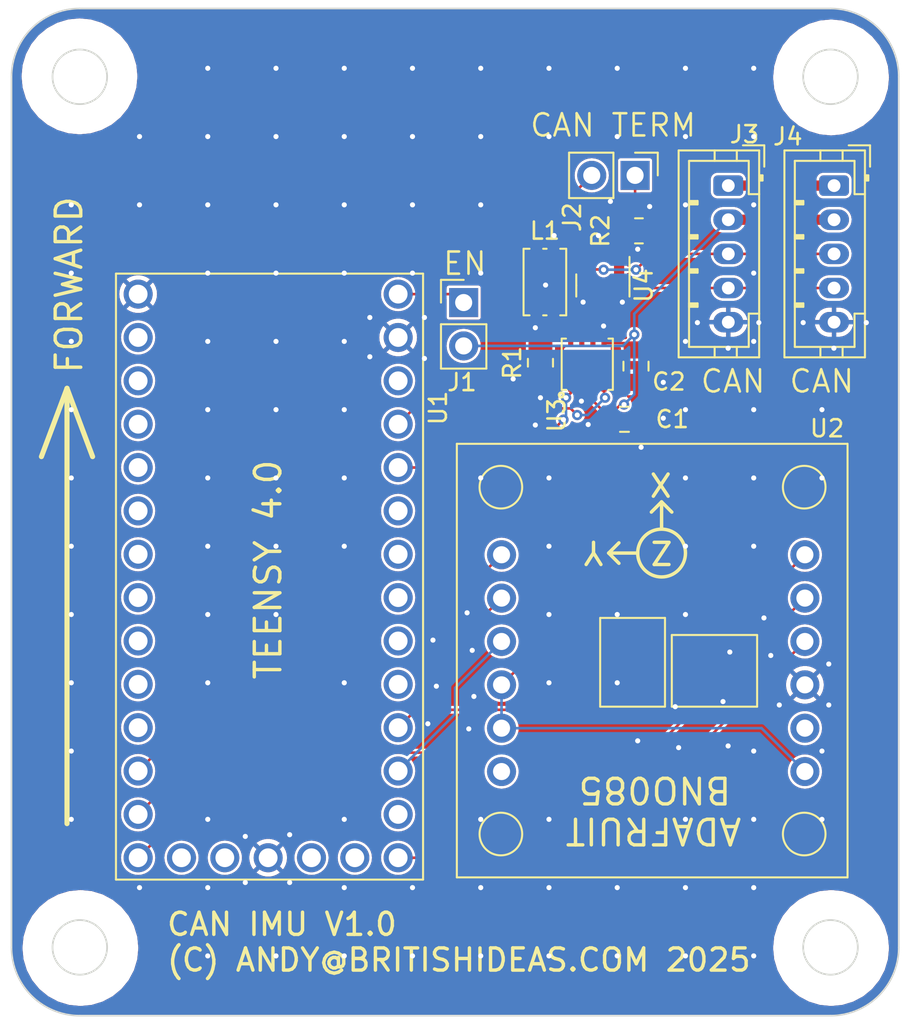
<source format=kicad_pcb>
(kicad_pcb (version 20221018) (generator pcbnew)
  (layers (0 "F.Cu" signal) (31 "B.Cu" signal) (34 "B.Paste" user) (35 "F.Paste" user) (36 "B.SilkS" user "B.Silkscreen") (37 "F.SilkS" user "F.Silkscreen") (38 "B.Mask" user) (39 "F.Mask" user) (44 "Edge.Cuts" user))
  (net 0 "")
  (net 1 "+5V")
  (net 2 "GND")
  (net 3 "Net-(J1-Pin_1)")
  (net 4 "Net-(J2-Pin_1)")
  (net 5 "/CAN/CAN_H")
  (net 6 "+12V")
  (net 7 "/CAN/CAN_L")
  (net 8 "Net-(U3-CANL)")
  (net 9 "Net-(U3-CANH)")
  (net 10 "Net-(U3-STB)")
  (net 21 "Net-(U1-GPIO10_CS)")
  (net 22 "Net-(U1-GPIO11_MOSI)")
  (net 23 "Net-(U1-GPIO12_MISO)")
  (net 28 "Net-(U1-GPIO13_SCK_CRX1)")
  (net 30 "Net-(U1-GPIO15_RX3)")
  (net 31 "Net-(U1-GPIO16_RX4_SCL1)")
  (net 37 "/CAN/CAN_TX")
  (net 38 "/CAN/CAN_RX")
  (footprint "Capacitor_SMD:C_0805_2012Metric" (layer "F.Cu") (at 144.925 92.0625)
    (fp_text reference "C1" (at 2.8 0) (layer "F.SilkS"))
    (fp_text value "100n")
    (pad "1" smd roundrect (at -0.95 0) (size 1 1.45) (layers "F.Cu" "F.Paste" "F.Mask") (net 1 "+5V"))
    (pad "2" smd roundrect (at 0.95 0) (size 1 1.45) (layers "F.Cu" "F.Paste" "F.Mask") (net 2 "GND"))
  )
  (footprint "Britishideas:Teensy_4.0" (layer "F.Cu") (at 116.42 84.73)
    (fp_text reference "U1" (at 17.58 6.67 90 unlocked) (layer "F.SilkS"))
    (fp_text value "TEENSY 4.0")
    (fp_text user "TEENSY 4.0" (at 8.5 22.7 90 unlocked) (layer "F.SilkS") (effects (font (size 1.5 1.5) (thickness 0.2)) (justify left bottom)))
    (pad "1" thru_hole circle (at 0 0) (size 1.7 1.7) (drill 1.1) (layers "*.Cu" "*.Mask") (net 2 "GND"))
    (pad "2" thru_hole circle (at 0 2.54) (size 1.7 1.7) (drill 1.1) (layers "*.Cu" "*.Mask"))
    (pad "3" thru_hole circle (at 0 5.08) (size 1.7 1.7) (drill 1.1) (layers "*.Cu" "*.Mask"))
    (pad "4" thru_hole circle (at 0 7.62) (size 1.7 1.7) (drill 1.1) (layers "*.Cu" "*.Mask"))
    (pad "5" thru_hole circle (at 0 10.16) (size 1.7 1.7) (drill 1.1) (layers "*.Cu" "*.Mask"))
    (pad "6" thru_hole circle (at 0 12.7) (size 1.7 1.7) (drill 1.1) (layers "*.Cu" "*.Mask"))
    (pad "7" thru_hole circle (at 0 15.24) (size 1.7 1.7) (drill 1.1) (layers "*.Cu" "*.Mask"))
    (pad "8" thru_hole circle (at 0 17.78) (size 1.7 1.7) (drill 1.1) (layers "*.Cu" "*.Mask"))
    (pad "9" thru_hole circle (at 0 20.32) (size 1.7 1.7) (drill 1.1) (layers "*.Cu" "*.Mask"))
    (pad "10" thru_hole circle (at 0 22.86) (size 1.7 1.7) (drill 1.1) (layers "*.Cu" "*.Mask"))
    (pad "11" thru_hole circle (at 0 25.4) (size 1.7 1.7) (drill 1.1) (layers "*.Cu" "*.Mask"))
    (pad "12" thru_hole circle (at 0 27.94) (size 1.7 1.7) (drill 1.1) (layers "*.Cu" "*.Mask") (net 21 "Net-(U1-GPIO10_CS)"))
    (pad "13" thru_hole circle (at 0 30.48) (size 1.7 1.7) (drill 1.1) (layers "*.Cu" "*.Mask") (net 22 "Net-(U1-GPIO11_MOSI)"))
    (pad "14" thru_hole circle (at 0 33.02) (size 1.7 1.7) (drill 1.1) (layers "*.Cu" "*.Mask") (net 23 "Net-(U1-GPIO12_MISO)"))
    (pad "15" thru_hole circle (at 2.54 33.02) (size 1.7 1.7) (drill 1.1) (layers "*.Cu" "*.Mask"))
    (pad "16" thru_hole circle (at 5.08 33.02) (size 1.7 1.7) (drill 1.1) (layers "*.Cu" "*.Mask"))
    (pad "17" thru_hole circle (at 7.62 33.02) (size 1.7 1.7) (drill 1.1) (layers "*.Cu" "*.Mask") (net 2 "GND"))
    (pad "18" thru_hole circle (at 10.16 33.02) (size 1.7 1.7) (drill 1.1) (layers "*.Cu" "*.Mask"))
    (pad "19" thru_hole circle (at 12.7 33.02) (size 1.7 1.7) (drill 1.1) (layers "*.Cu" "*.Mask"))
    (pad "20" thru_hole circle (at 15.24 33.02) (size 1.7 1.7) (drill 1.1) (layers "*.Cu" "*.Mask") (net 28 "Net-(U1-GPIO13_SCK_CRX1)"))
    (pad "21" thru_hole circle (at 15.24 30.48) (size 1.7 1.7) (drill 1.1) (layers "*.Cu" "*.Mask"))
    (pad "22" thru_hole circle (at 15.24 27.94) (size 1.7 1.7) (drill 1.1) (layers "*.Cu" "*.Mask") (net 30 "Net-(U1-GPIO15_RX3)"))
    (pad "23" thru_hole circle (at 15.24 25.4) (size 1.7 1.7) (drill 1.1) (layers "*.Cu" "*.Mask") (net 31 "Net-(U1-GPIO16_RX4_SCL1)"))
    (pad "24" thru_hole circle (at 15.24 22.86) (size 1.7 1.7) (drill 1.1) (layers "*.Cu" "*.Mask"))
    (pad "25" thru_hole circle (at 15.24 20.32) (size 1.7 1.7) (drill 1.1) (layers "*.Cu" "*.Mask"))
    (pad "26" thru_hole circle (at 15.24 17.78) (size 1.7 1.7) (drill 1.1) (layers "*.Cu" "*.Mask"))
    (pad "27" thru_hole circle (at 15.24 15.24) (size 1.7 1.7) (drill 1.1) (layers "*.Cu" "*.Mask"))
    (pad "28" thru_hole circle (at 15.24 12.7) (size 1.7 1.7) (drill 1.1) (layers "*.Cu" "*.Mask"))
    (pad "29" thru_hole circle (at 15.24 10.16) (size 1.7 1.7) (drill 1.1) (layers "*.Cu" "*.Mask") (net 37 "/CAN/CAN_TX"))
    (pad "30" thru_hole circle (at 15.24 7.62) (size 1.7 1.7) (drill 1.1) (layers "*.Cu" "*.Mask") (net 38 "/CAN/CAN_RX"))
    (pad "31" thru_hole circle (at 15.24 5.08) (size 1.7 1.7) (drill 1.1) (layers "*.Cu" "*.Mask"))
    (pad "32" thru_hole circle (at 15.24 2.54) (size 1.7 1.7) (drill 1.1) (layers "*.Cu" "*.Mask") (net 2 "GND"))
    (pad "33" thru_hole circle (at 15.24 0) (size 1.7 1.7) (drill 1.1) (layers "*.Cu" "*.Mask") (net 3 "Net-(J1-Pin_1)"))
  )
  (footprint "Connector_JST:JST_PH_B5B-PH-K_1x05_P2.00mm_Vertical" (layer "F.Cu") (at 157.2097 78.37375 -90)
    (fp_text reference "J4" (at -2.87375 2.7097) (layer "F.SilkS"))
    (fp_text value "CAN BUS")
    (pad "1" thru_hole roundrect (at 0 0 270) (size 1.2 1.75) (drill 0.75) (layers "*.Cu" "*.Mask") (roundrect_rratio 0.2083333333) (net 6 "+12V"))
    (pad "2" thru_hole oval (at 2 0 270) (size 1.2 1.75) (drill 0.75) (layers "*.Cu" "*.Mask") (net 1 "+5V"))
    (pad "3" thru_hole oval (at 4 0 270) (size 1.2 1.75) (drill 0.75) (layers "*.Cu" "*.Mask") (net 5 "/CAN/CAN_H"))
    (pad "4" thru_hole oval (at 6 0 270) (size 1.2 1.75) (drill 0.75) (layers "*.Cu" "*.Mask") (net 7 "/CAN/CAN_L"))
    (pad "5" thru_hole oval (at 8 0 270) (size 1.2 1.75) (drill 0.75) (layers "*.Cu" "*.Mask") (net 2 "GND"))
  )
  (footprint "EmSA:HVSON8_0_65mm" (layer "F.Cu") (at 141.775 90.1875)
    (fp_text reference "U3" (at -0.825 1.6375 90) (layer "F.SilkS"))
    (fp_text value "TJA1462ATK-0Z")
    (pad "" smd rect (at 0.975 -1.3625) (size 2.45 1.65) (layers "F.Cu" "F.Paste" "F.Mask"))
    (pad "1" smd rect (at 0 0) (size 0.3 0.525) (layers "F.Cu" "F.Paste" "F.Mask") (net 37 "/CAN/CAN_TX"))
    (pad "2" smd rect (at 0.65 0) (size 0.3 0.525) (layers "F.Cu" "F.Paste" "F.Mask") (net 2 "GND"))
    (pad "3" smd rect (at 1.3 0) (size 0.3 0.525) (layers "F.Cu" "F.Paste" "F.Mask") (net 1 "+5V"))
    (pad "4" smd rect (at 1.95 0) (size 0.3 0.525) (layers "F.Cu" "F.Paste" "F.Mask") (net 38 "/CAN/CAN_RX"))
    (pad "5" smd rect (at 1.95 -2.725) (size 0.3 0.525) (layers "F.Cu" "F.Paste" "F.Mask") (net 1 "+5V"))
    (pad "6" smd rect (at 1.3 -2.725) (size 0.3 0.525) (layers "F.Cu" "F.Paste" "F.Mask") (net 8 "Net-(U3-CANL)"))
    (pad "7" smd rect (at 0.65 -2.725) (size 0.3 0.525) (layers "F.Cu" "F.Paste" "F.Mask") (net 9 "Net-(U3-CANH)"))
    (pad "8" smd rect (at 0 -2.725) (size 0.3 0.525) (layers "F.Cu" "F.Paste" "F.Mask") (net 10 "Net-(U3-STB)"))
  )
  (footprint "Connector_PinHeader_2.54mm:PinHeader_1x02_P2.54mm_Vertical" (layer "F.Cu") (at 135.5 85.225)
    (fp_text reference "J1" (at -0.1 4.675) (layer "F.SilkS"))
    (fp_text value "Conn_01x02")
    (pad "1" thru_hole rect (at 0 0) (size 1.7 1.7) (drill 1) (layers "*.Cu" "*.Mask") (net 3 "Net-(J1-Pin_1)"))
    (pad "2" thru_hole oval (at 0 2.54) (size 1.7 1.7) (drill 1) (layers "*.Cu" "*.Mask") (net 1 "+5V"))
  )
  (footprint "Package_TO_SOT_SMD:SOT-23" (layer "F.Cu") (at 143.6597 84.22375 -90)
    (fp_text reference "U4" (at 0 -2.4 90) (layer "F.SilkS"))
    (fp_text value "PESD2CANFD24V-TR")
    (pad "1" smd roundrect (at -0.9375 -0.95 270) (size 1.475 0.6) (layers "F.Cu" "F.Paste" "F.Mask") (net 7 "/CAN/CAN_L"))
    (pad "2" smd roundrect (at -0.9375 0.95 270) (size 1.475 0.6) (layers "F.Cu" "F.Paste" "F.Mask") (net 5 "/CAN/CAN_H"))
    (pad "3" smd roundrect (at 0.9375 0 270) (size 1.475 0.6) (layers "F.Cu" "F.Paste" "F.Mask") (net 2 "GND"))
  )
  (footprint "Fiducial:Fiducial_0.5mm_Mask1mm" (layer "F.Cu") (at 111.4 117.8)
    (fp_text reference "FID3" hide)
    (fp_text value "Fiducial")
    (pad "" smd circle (at 0 0) (size 0.5 0.5) (layers "F.Cu" "F.Mask") (clearance 0.25))
  )
  (footprint "Resistor_SMD:R_0805_2012Metric" (layer "F.Cu") (at 140 88.75 90)
    (fp_text reference "R1" (at 0 -1.65 90) (layer "F.SilkS"))
    (fp_text value "10k")
    (pad "1" smd roundrect (at -0.9125 0 90) (size 1.025 1.4) (layers "F.Cu" "F.Paste" "F.Mask") (roundrect_rratio 0.243902439) (net 2 "GND"))
    (pad "2" smd roundrect (at 0.9125 0 90) (size 1.025 1.4) (layers "F.Cu" "F.Paste" "F.Mask") (roundrect_rratio 0.243902439) (net 10 "Net-(U3-STB)"))
  )
  (footprint "Connector_PinHeader_2.54mm:PinHeader_1x02_P2.54mm_Vertical" (layer "F.Cu") (at 145.5472 77.77375 -90)
    (fp_text reference "J2" (at 2.45 3.6875 90) (layer "F.SilkS"))
    (fp_text value "TERM")
    (pad "1" thru_hole rect (at 0 0 270) (size 1.7 1.7) (drill 1) (layers "*.Cu" "*.Mask") (net 4 "Net-(J2-Pin_1)"))
    (pad "2" thru_hole oval (at 0 2.54 270) (size 1.7 1.7) (drill 1) (layers "*.Cu" "*.Mask") (net 5 "/CAN/CAN_H"))
  )
  (footprint "Connector_JST:JST_PH_B5B-PH-K_1x05_P2.00mm_Vertical" (layer "F.Cu") (at 151.0097 78.37375 -90)
    (fp_text reference "J3" (at -3 -0.95) (layer "F.SilkS"))
    (fp_text value "CAN BUS")
    (pad "1" thru_hole roundrect (at 0 0 270) (size 1.2 1.75) (drill 0.75) (layers "*.Cu" "*.Mask") (roundrect_rratio 0.2083333333) (net 6 "+12V"))
    (pad "2" thru_hole oval (at 2 0 270) (size 1.2 1.75) (drill 0.75) (layers "*.Cu" "*.Mask") (net 1 "+5V"))
    (pad "3" thru_hole oval (at 4 0 270) (size 1.2 1.75) (drill 0.75) (layers "*.Cu" "*.Mask") (net 5 "/CAN/CAN_H"))
    (pad "4" thru_hole oval (at 6 0 270) (size 1.2 1.75) (drill 0.75) (layers "*.Cu" "*.Mask") (net 7 "/CAN/CAN_L"))
    (pad "5" thru_hole oval (at 8 0 270) (size 1.2 1.75) (drill 0.75) (layers "*.Cu" "*.Mask") (net 2 "GND"))
  )
  (footprint "Capacitor_SMD:C_0805_2012Metric" (layer "F.Cu") (at 145.6 88.95 -90)
    (fp_text reference "C2" (at 0.9125 -1.925) (layer "F.SilkS"))
    (fp_text value "100n")
    (pad "1" smd roundrect (at -0.95 0 270) (size 1 1.45) (layers "F.Cu" "F.Paste" "F.Mask") (net 1 "+5V"))
    (pad "2" smd roundrect (at 0.95 0 270) (size 1 1.45) (layers "F.Cu" "F.Paste" "F.Mask") (net 2 "GND"))
  )
  (footprint "Britishideas:Adafruit_BNO085" (layer "F.Cu") (at 155.5 112.7 180)
    (fp_text reference "U2" (at -1.3 20.1 unlocked) (layer "F.SilkS"))
    (fp_text value "Adafruit BNO085")
    (fp_text user "BNO085" (at 4.2 -0.2 180 unlocked) (layer "F.SilkS") (effects (font (size 1.5 1.5) (thickness 0.2)) (justify left bottom)))
    (fp_text user "Y" (at 11.7 13.6 180 unlocked) (layer "F.SilkS") (effects (font (size 1.3 1.3) (thickness 0.2) bold) (justify left bottom)))
    (fp_text user "Z" (at 7.65 13.6 180 unlocked) (layer "F.SilkS") (effects (font (size 1.3 1.3) (thickness 0.2) bold) (justify left bottom)))
    (fp_text user "X" (at 7.7 17.6 180 unlocked) (layer "F.SilkS") (effects (font (size 1.3 1.3) (thickness 0.2) bold) (justify left bottom)))
    (fp_text user "ADAFRUIT" (at 3.6 -2.6 180 unlocked) (layer "F.SilkS") (effects (font (size 1.5 1.5) (thickness 0.2)) (justify left bottom)))
    (pad "1" thru_hole circle (at 0 0 180) (size 1.7 1.7) (drill 1) (layers "*.Cu" "*.Mask") (net 1 "+5V"))
    (pad "2" thru_hole circle (at 0 2.54 180) (size 1.7 1.7) (drill 1) (layers "*.Cu" "*.Mask"))
    (pad "3" thru_hole circle (at 0 5.08 180) (size 1.7 1.7) (drill 1) (layers "*.Cu" "*.Mask") (net 2 "GND"))
    (pad "4" thru_hole circle (at 0 7.62 180) (size 1.7 1.7) (drill 1) (layers "*.Cu" "*.Mask") (net 28 "Net-(U1-GPIO13_SCK_CRX1)"))
    (pad "5" thru_hole circle (at 0 10.16 180) (size 1.7 1.7) (drill 1) (layers "*.Cu" "*.Mask") (net 23 "Net-(U1-GPIO12_MISO)"))
    (pad "6" thru_hole circle (at 0 12.7 180) (size 1.7 1.7) (drill 1) (layers "*.Cu" "*.Mask") (net 31 "Net-(U1-GPIO16_RX4_SCL1)"))
    (pad "7" thru_hole circle (at 17.78 12.7 180) (size 1.7 1.7) (drill 1) (layers "*.Cu" "*.Mask") (net 21 "Net-(U1-GPIO10_CS)"))
    (pad "8" thru_hole circle (at 17.78 10.16 180) (size 1.7 1.7) (drill 1) (layers "*.Cu" "*.Mask") (net 22 "Net-(U1-GPIO11_MOSI)"))
    (pad "9" thru_hole circle (at 17.78 7.62 180) (size 1.7 1.7) (drill 1) (layers "*.Cu" "*.Mask") (net 30 "Net-(U1-GPIO15_RX3)"))
    (pad "10" thru_hole circle (at 17.78 5.08 180) (size 1.7 1.7) (drill 1) (layers "*.Cu" "*.Mask") (net 1 "+5V"))
    (pad "11" thru_hole circle (at 17.78 2.54 180) (size 1.7 1.7) (drill 1) (layers "*.Cu" "*.Mask") (net 1 "+5V"))
    (pad "12" thru_hole circle (at 17.78 0 180) (size 1.7 1.7) (drill 1) (layers "*.Cu" "*.Mask"))
  )
  (footprint "Resistor_SMD:R_0805_2012Metric" (layer "F.Cu") (at 145.7722 81.02375)
    (fp_text reference "R2" (at -2.25 0 90) (layer "F.SilkS"))
    (fp_text value "120")
    (pad "1" smd roundrect (at -0.9125 0) (size 1.025 1.4) (layers "F.Cu" "F.Paste" "F.Mask") (roundrect_rratio 0.243902439) (net 7 "/CAN/CAN_L"))
    (pad "2" smd roundrect (at 0.9125 0) (size 1.025 1.4) (layers "F.Cu" "F.Paste" "F.Mask") (roundrect_rratio 0.243902439) (net 4 "Net-(J2-Pin_1)"))
  )
  (footprint "Fiducial:Fiducial_0.5mm_Mask1mm" (layer "F.Cu") (at 150.6 70.4)
    (fp_text reference "FID2" hide)
    (fp_text value "Fiducial")
    (pad "" smd circle (at 0 0) (size 0.5 0.5) (layers "F.Cu" "F.Mask") (clearance 0.25))
  )
  (footprint "EmSA:ACT1210-510-2P-TL00" (layer "F.Cu") (at 140.2597 84.02375 90)
    (fp_text reference "L1" (at 3 0) (layer "F.SilkS"))
    (fp_text value "ACT1210-510-2P-TL00")
    (pad "1" smd rect (at -1.525 -0.5 90) (size 1.05 0.6) (layers "F.Cu" "F.Paste" "F.Mask") (net 9 "Net-(U3-CANH)"))
    (pad "2" smd rect (at -1.525 0.5 90) (size 1.05 0.6) (layers "F.Cu" "F.Paste" "F.Mask") (net 8 "Net-(U3-CANL)"))
    (pad "3" smd rect (at 1.525 0.5 90) (size 1.05 0.6) (layers "F.Cu" "F.Paste" "F.Mask") (net 7 "/CAN/CAN_L"))
    (pad "4" smd rect (at 1.525 -0.5 90) (size 1.05 0.6) (layers "F.Cu" "F.Paste" "F.Mask") (net 5 "/CAN/CAN_H"))
  )
  (footprint "Fiducial:Fiducial_0.5mm_Mask1mm" (layer "F.Cu") (at 118.4 70.4)
    (fp_text reference "FID1" hide)
    (fp_text value "Fiducial")
    (pad "" smd circle (at 0 0) (size 0.5 0.5) (layers "F.Cu" "F.Mask") (clearance 0.25))
  )
  (gr_line (start 112.25 90.25) (end 110.75 94.25) (stroke (width 0.3)) (layer "F.SilkS"))
  (gr_line (start 112.25 115.75) (end 112.25 90.25) (stroke (width 0.3)) (layer "F.SilkS"))
  (gr_line (start 112.25 90.25) (end 113.75 94.25) (stroke (width 0.3)) (layer "F.SilkS"))
  (gr_arc (start 161 123) (mid 159.828427 125.828427) (end 157 127) (stroke (width 0.1)) (layer "Edge.Cuts"))
  (gr_line (start 113 127) (end 157 127) (stroke (width 0.1)) (layer "Edge.Cuts"))
  (gr_arc (start 109 72) (mid 110.171573 69.171573) (end 113 68) (stroke (width 0.1)) (layer "Edge.Cuts"))
  (gr_line (start 109 72) (end 109 123) (stroke (width 0.1)) (layer "Edge.Cuts"))
  (gr_circle (center 157 123) (end 158.6 123) (stroke (width 0.1)) (fill none) (layer "Edge.Cuts"))
  (gr_line (start 161 123) (end 161 72) (stroke (width 0.1)) (layer "Edge.Cuts"))
  (gr_circle (center 157 72) (end 158.6 72) (stroke (width 0.1)) (fill none) (layer "Edge.Cuts"))
  (gr_circle (center 113 123) (end 114.6 123) (stroke (width 0.1)) (fill none) (layer "Edge.Cuts"))
  (gr_arc (start 157 68) (mid 159.828427 69.171573) (end 161 72) (stroke (width 0.1)) (layer "Edge.Cuts"))
  (gr_line (start 157 68) (end 113 68) (stroke (width 0.1)) (layer "Edge.Cuts"))
  (gr_circle (center 113 72) (end 114.6 72) (stroke (width 0.1)) (fill none) (layer "Edge.Cuts"))
  (gr_arc (start 113 127) (mid 110.171573 125.828427) (end 109 123) (stroke (width 0.1)) (layer "Edge.Cuts"))
  (gr_text "CAN IMU V1.0\n(C) ANDY@BRITISHIDEAS.COM 2025\n" (at 118 124.5) (layer "F.SilkS") (effects (font (size 1.3 1.3) (thickness 0.2)) (justify left bottom)))
  (gr_text "CAN" (at 149.3 90.6) (layer "F.SilkS") (effects (font (size 1.3 1.3)) (justify left bottom)))
  (gr_text "CAN" (at 154.5 90.6) (layer "F.SilkS") (effects (font (size 1.3 1.3)) (justify left bottom)))
  (gr_text "EN" (at 134.2 83.7) (layer "F.SilkS") (effects (font (size 1.3 1.3)) (justify left bottom)))
  (gr_text "FORWARD" (at 113.25 89.5 90) (layer "F.SilkS") (effects (font (size 1.5 1.5) (thickness 0.2)) (justify left bottom)))
  (gr_text "CAN TERM" (at 139.3 75.6) (layer "F.SilkS") (effects (font (size 1.3 1.3)) (justify left bottom)))
  (segment (start 143.975 101.365) (end 143.975 92.0625) (width 0.152) (layer "F.Cu") (net 1))
  (segment (start 143.975 91.925) (end 144.7 91.2) (width 0.152) (layer "F.Cu") (net 1))
  (segment (start 143.725 87.4625) (end 143.8625 87.6) (width 0.152) (layer "F.Cu") (net 1))
  (segment (start 145.5 87.9) (end 145.6 88) (width 0.152) (layer "F.Cu") (net 1))
  (segment (start 143.975 91.875) (end 143.975 92.0625) (width 0.152) (layer "F.Cu") (net 1))
  (segment (start 145.2 87.6) (end 145.6 88) (width 0.152) (layer "F.Cu") (net 1))
  (segment (start 151.0097 80.37375) (end 157.2097 80.37375) (width 0.6) (layer "F.Cu") (net 1))
  (segment (start 143.075 90.975) (end 143.975 91.875) (width 0.152) (layer "F.Cu") (net 1))
  (segment (start 143.8625 87.6) (end 145.2 87.6) (width 0.152) (layer "F.Cu") (net 1))
  (segment (start 145.5 87.1) (end 145.5 87.9) (width 0.152) (layer "F.Cu") (net 1))
  (segment (start 137.72 107.62) (end 143.975 101.365) (width 0.152) (layer "F.Cu") (net 1))
  (segment (start 143.075 90.1875) (end 143.075 90.975) (width 0.152) (layer "F.Cu") (net 1))
  (segment (start 144.7 91.2) (end 144.9 91.2) (width 0.152) (layer "F.Cu") (net 1))
  (segment (start 143.975 92.0625) (end 143.975 91.925) (width 0.152) (layer "F.Cu") (net 1))
  (via (at 145.5 87.1) (size 0.6) (drill 0.3) (layers "F.Cu" "B.Cu") (net 1))
  (via (at 144.9 91.2) (size 0.6) (drill 0.3) (layers "F.Cu" "B.Cu") (net 1))
  (segment (start 135.5 87.765) (end 144.835 87.765) (width 0.152) (layer "B.Cu") (net 1))
  (segment (start 137.72 110.16) (end 137.72 107.62) (width 0.152) (layer "B.Cu") (net 1))
  (segment (start 145.5 85.88345) (end 151.0097 80.37375) (width 0.152) (layer "B.Cu") (net 1))
  (segment (start 145.5 87.1) (end 145.5 85.88345) (width 0.152) (layer "B.Cu") (net 1))
  (segment (start 144.9 91.2) (end 145.5 90.6) (width 0.152) (layer "B.Cu") (net 1))
  (segment (start 144.835 87.765) (end 145.5 87.1) (width 0.152) (layer "B.Cu") (net 1))
  (segment (start 137.72 110.16) (end 152.96 110.16) (width 0.152) (layer "B.Cu") (net 1))
  (segment (start 152.96 110.16) (end 155.5 112.7) (width 0.152) (layer "B.Cu") (net 1))
  (segment (start 145.5 90.6) (end 145.5 87.1) (width 0.152) (layer "B.Cu") (net 1))
  (segment (start 142.425 90.975) (end 142.4 91) (width 0.152) (layer "F.Cu") (net 2))
  (segment (start 142.425 90.1875) (end 142.425 90.975) (width 0.152) (layer "F.Cu") (net 2))
  (via (at 132.5 79.5) (size 0.6) (drill 0.3) (layers "F.Cu" "B.Cu") (net 2))
  (via (at 144.5 103.5) (size 0.6) (drill 0.3) (layers "F.Cu" "B.Cu") (net 2))
  (via (at 116.5 79.5) (size 0.6) (drill 0.3) (layers "F.Cu" "B.Cu") (net 2))
  (via (at 135.7 103.4) (size 0.6) (drill 0.3) (layers "F.Cu" "B.Cu") (net 2))
  (via (at 116.5 119.5) (size 0.6) (drill 0.3) (layers "F.Cu" "B.Cu") (net 2))
  (via (at 152.5 71.5) (size 0.6) (drill 0.3) (layers "F.Cu" "B.Cu") (net 2))
  (via (at 112.5 107.5) (size 0.6) (drill 0.3) (layers "F.Cu" "B.Cu") (net 2))
  (via (at 153.1 103.7) (size 0.6) (drill 0.3) (layers "F.Cu" "B.Cu") (net 2))
  (via (at 112.5 83.5) (size 0.6) (drill 0.3) (layers "F.Cu" "B.Cu") (net 2))
  (via (at 148.5 87.5) (size 0.6) (drill 0.3) (layers "F.Cu" "B.Cu") (net 2))
  (via (at 144.8 85.2) (size 0.6) (drill 0.3) (layers "F.Cu" "B.Cu") (net 2))
  (via (at 152.5 95.5) (size 0.6) (drill 0.3) (layers "F.Cu" "B.Cu") (net 2))
  (via (at 136.5 95.5) (size 0.6) (drill 0.3) (layers "F.Cu" "B.Cu") (net 2))
  (via (at 140.8 81.3) (size 0.6) (drill 0.3) (layers "F.Cu" "B.Cu") (net 2))
  (via (at 122.7 119.2) (size 0.6) (drill 0.3) (layers "F.Cu" "B.Cu") (net 2))
  (via (at 152.5 99.5) (size 0.6) (drill 0.3) (layers "F.Cu" "B.Cu") (net 2))
  (via (at 120.5 91.5) (size 0.6) (drill 0.3) (layers "F.Cu" "B.Cu") (net 2))
  (via (at 128.5 75.5) (size 0.6) (drill 0.3) (layers "F.Cu" "B.Cu") (net 2))
  (via (at 128.5 119.5) (size 0.6) (drill 0.3) (layers "F.Cu" "B.Cu") (net 2))
  (via (at 130 86.1) (size 0.6) (drill 0.3) (layers "F.Cu" "B.Cu") (net 2))
  (via (at 136.5 83.5) (size 0.6) (drill 0.3) (layers "F.Cu" "B.Cu") (net 2))
  (via (at 128.5 71.5) (size 0.6) (drill 0.3) (layers "F.Cu" "B.Cu") (net 2))
  (via (at 152.5 79.5) (size 0.6) (drill 0.3) (layers "F.Cu" "B.Cu") (net 2))
  (via (at 120.5 71.5) (size 0.6) (drill 0.3) (layers "F.Cu" "B.Cu") (net 2))
  (via (at 138.4 89.7) (size 0.6) (drill 0.3) (layers "F.Cu" "B.Cu") (net 2))
  (via (at 120.5 115.5) (size 0.6) (drill 0.3) (layers "F.Cu" "B.Cu") (net 2))
  (via (at 124.5 75.5) (size 0.6) (drill 0.3) (layers "F.Cu" "B.Cu") (net 2))
  (via (at 133.4 109.9) (size 0.6) (drill 0.3) (layers "F.Cu" "B.Cu") (net 2))
  (via (at 148.5 75.5) (size 0.6) (drill 0.3) (layers "F.Cu" "B.Cu") (net 2))
  (via (at 151 111.2) (size 0.6) (drill 0.3) (layers "F.Cu" "B.Cu") (net 2))
  (via (at 128.5 83.5) (size 0.6) (drill 0.3) (layers "F.Cu" "B.Cu") (net 2))
  (via (at 159.1 86.4) (size 0.6) (drill 0.3) (layers "F.Cu" "B.Cu") (net 2))
  (via (at 144.5 71.5) (size 0.6) (drill 0.3) (layers "F.Cu" "B.Cu") (net 2))
  (via (at 139.7 86.7) (size 0.6) (drill 0.3) (layers "F.Cu" "B.Cu") (net 2))
  (via (at 112.5 103.5) (size 0.6) (drill 0.3) (layers "F.Cu" "B.Cu") (net 2))
  (via (at 140.5 123.5) (size 0.6) (drill 0.3) (layers "F.Cu" "B.Cu") (net 2))
  (via (at 152.5 75.5) (size 0.6) (drill 0.3) (layers "F.Cu" "B.Cu") (net 2))
  (via (at 148.5 103.5) (size 0.6) (drill 0.3) (layers "F.Cu" "B.Cu") (net 2))
  (via (at 140.5 103.5) (size 0.6) (drill 0.3) (layers "F.Cu" "B.Cu") (net 2))
  (via (at 130 88.4) (size 0.6) (drill 0.3) (layers "F.Cu" "B.Cu") (net 2))
  (via (at 133.2 86.1) (size 0.6) (drill 0.3) (layers "F.Cu" "B.Cu") (net 2))
  (via (at 144.1 79.3) (size 0.6) (drill 0.3) (layers "F.Cu" "B.Cu") (net 2))
  (via (at 120.5 79.5) (size 0.6) (drill 0.3) (layers "F.Cu" "B.Cu") (net 2))
  (via (at 128.5 99.5) (size 0.6) (drill 0.3) (layers "F.Cu" "B.Cu") (net 2))
  (via (at 122.7 116.5) (size 0.6) (drill 0.3) (layers "F.Cu" "B.Cu") (net 2))
  (via (at 140.5 71.5) (size 0.6) (drill 0.3) (layers "F.Cu" "B.Cu") (net 2))
  (via (at 132.5 123.5) (size 0.6) (drill 0.3) (layers "F.Cu" "B.Cu") (net 2))
  (via (at 124.5 87.5) (size 0.6) (drill 0.3) (layers "F.Cu" "B.Cu") (net 2))
  (via (at 135.8 110.2) (size 0.6) (drill 0.3) (layers "F.Cu" "B.Cu") (net 2))
  (via (at 149.2 86.4) (size 0.6) (drill 0.3) (layers "F.Cu" "B.Cu") (net 2))
  (via (at 136.5 115.5) (size 0.6) (drill 0.3) (layers "F.Cu" "B.Cu") (net 2))
  (via (at 112.5 111.5) (size 0.6) (drill 0.3) (layers "F.Cu" "B.Cu") (net 2))
  (via (at 154 108.8) (size 0.6) (drill 0.3) (layers "F.Cu" "B.Cu") (net 2))
  (via (at 125.3 116.4) (size 0.6) (drill 0.3) (layers "F.Cu" "B.Cu") (net 2))
  (via (at 155.4 86.4) (size 0.6) (drill 0.3) (layers "F.Cu" "B.Cu") (net 2))
  (via (at 142.5 85.2) (size 0.6) (drill 0.3) (layers "F.Cu" "B.Cu") (net 2))
  (via (at 156.5 115.5) (size 0.6) (drill 0.3) (layers "F.Cu" "B.Cu") (net 2))
  (via (at 116.5 75.5) (size 0.6) (drill 0.3) (layers "F.Cu" "B.Cu") (net 2))
  (via (at 147.9 108.9) (size 0.6) (drill 0.3) (layers "F.Cu" "B.Cu") (net 2))
  (via (at 128.5 79.5) (size 0.6) (drill 0.3) (layers "F.Cu" "B.Cu") (net 2))
  (via (at 147.2 89.9) (size 0.6) (drill 0.3) (layers "F.Cu" "B.Cu") (net 2))
  (via (at 140.3 84.2) (size 0.6) (drill 0.3) (layers "F.Cu" "B.Cu") (net 2))
  (via (at 145.9 93.7) (size 0.6) (drill 0.3) (layers "F.Cu" "B.Cu") (net 2))
  (via (at 156.5 111.5) (size 0.6) (drill 0.3) (layers "F.Cu" "B.Cu") (net 2))
  (via (at 143.7 86.6) (size 0.6) (drill 0.3) (layers "F.Cu" "B.Cu") (net 2))
  (via (at 151.1 105.7) (size 0.6) (drill 0.3) (layers "F.Cu" "B.Cu") (net 2))
  (via (at 120.5 95.5) (size 0.6) (drill 0.3) (layers "F.Cu" "B.Cu") (net 2))
  (via (at 156.5 91.5) (size 0.6) (drill 0.3) (layers "F.Cu" "B.Cu") (net 2))
  (via (at 152.5 115.5) (size 0.6) (drill 0.3) (layers "F.Cu" "B.Cu") (net 2))
  (via (at 136 105.6) (size 0.6) (drill 0.3) (layers "F.Cu" "B.Cu") (net 2))
  (via (at 156.9 106.4) (size 0.6) (drill 0.3) (layers "F.Cu" "B.Cu") (net 2))
  (via (at 132.5 119.5) (size 0.6) (drill 0.3) (layers "F.Cu" "B.Cu") (net 2))
  (via (at 124.5 99.5) (size 0.6) (drill 0.3) (layers "F.Cu" "B.Cu") (net 2))
  (via (at 156.5 95.5) (size 0.6) (drill 0.3) (layers "F.Cu" "B.Cu") (net 2))
  (via (at 120.5 123.5) (size 0.6) (drill 0.3) (layers "F.Cu" "B.Cu") (net 2))
  (via (at 145.7 110.9) (size 0.6) (drill 0.3) (layers "F.Cu" "B.Cu") (net 2))
  (via (at 152.5 83.5) (size 0.6) (drill 0.3) (layers "F.Cu" "B.Cu") (net 2))
  (via (at 136.1 108.3) (size 0.6) (drill 0.3) (layers "F.Cu" "B.Cu") (net 2))
  (via (at 148.5 119.5) (size 0.6) (drill 0.3) (layers "F.Cu" "B.Cu") (net 2))
  (via (at 150.7 108.6) (size 0.6) (drill 0.3) (layers "F.Cu" "B.Cu") (net 2))
  (via (at 152.5 87.5) (size 0.6) (drill 0.3) (layers "F.Cu" "B.Cu") (net 2))
  (via (at 128.5 107.5) (size 0.6) (drill 0.3) (layers "F.Cu" "B.Cu") (net 2))
  (via (at 112.5 91.5) (size 0.6) (drill 0.3) (layers "F.Cu" "B.Cu") (net 2))
  (via (at 144.5 123.5) (size 0.6) (drill 0.3) (layers "F.Cu" "B.Cu") (net 2))
  (via (at 147.2 92) (size 0.6) (drill 0.3) (layers "F.Cu" "B.Cu") (net 2))
  (via (at 142.4 91) (size 0.6) (drill 0.3) (layers "F.Cu" "B.Cu") (net 2))
  (via (at 152.5 91.5) (size 0.6) (drill 0.3) (layers "F.Cu" "B.Cu") (net 2))
  (via (at 112.5 87.5) (size 0.6) (drill 0.3) (layers "F.Cu" "B.Cu") (net 2))
  (via (at 140.5 119.5) (size 0.6) (drill 0.3) (layers "F.Cu" "B.Cu") (net 2))
  (via (at 144.5 75.5) (size 0.6) (drill 0.3) (layers "F.Cu" "B.Cu") (net 2))
  (via (at 152.5 119.5) (size 0.6) (drill 0.3) (layers "F.Cu" "B.Cu") (net 2))
  (via (at 124.5 103.5) (size 0.6) (drill 0.3) (layers "F.Cu" "B.Cu") (net 2))
  (via (at 124.5 79.5) (size 0.6) (drill 0.3) (layers "F.Cu" "B.Cu") (net 2))
  (via (at 152.5 123.5) (size 0.6) (drill 0.3) (layers "F.Cu" "B.Cu") (net 2))
  (via (at 128.5 95.5) (size 0.6) (drill 0.3) (layers "F.Cu" "B.Cu") (net 2))
  (via (at 145.7 82.1) (size 0.6) (drill 0.3) (layers "F.Cu" "B.Cu") (net 2))
  (via (at 128.5 115.5) (size 0.6) (drill 0.3) (layers "F.Cu" "B.Cu") (net 2))
  (via (at 148.5 99.5) (size 0.6) (drill 0.3) (layers "F.Cu" "B.Cu") (net 2))
  (via (at 112.5 95.5) (size 0.6) (drill 0.3) (layers "F.Cu" "B.Cu") (net 2))
  (via (at 136.5 119.5) (size 0.6) (drill 0.3) (layers "F.Cu" "B.Cu") (net 2))
  (via (at 128.5 123.5) (size 0.6) (drill 0.3) (layers "F.Cu" "B.Cu") (net 2))
  (via (at 136.5 123.5) (size 0.6) (drill 0.3) (layers "F.Cu" "B.Cu") (net 2))
  (via (at 151 87.9) (size 0.6) (drill 0.3) (layers "F.Cu" "B.Cu") (net 2))
  (via (at 148.5 123.5) (size 0.6) (drill 0.3) (layers "F.Cu" "B.Cu") (net 2))
  (via (at 120.5 75.5) (size 0.6) (drill 0.3) (layers "F.Cu" "B.Cu") (net 2))
  (via (at 140.5 115.5) (size 0.6) (drill 0.3) (layers "F.Cu" "B.Cu") (net 2))
  (via (at 133.7 105) (size 0.6) (drill 0.3) (layers "F.Cu" "B.Cu") (net 2))
  (via (at 140 90.8) (size 0.6) (drill 0.3) (layers "F.Cu" "B.Cu") (net 2))
  (via (at 148.5 115.5) (size 0.6) (drill 0.3) (layers "F.Cu" "B.Cu") (net 2))
  (via (at 128.5 87.5) (size 0.6) (drill 0.3) (layers "F.Cu" "B.Cu") (net 2))
  (via (at 120.5 107.5) (size 0.6) (drill 0.3) (layers "F.Cu" "B.Cu") (net 2))
  (via (at 125.3 119.2) (size 0.6) (drill 0.3) (layers "F.Cu" "B.Cu") (net 2))
  (via (at 148.5 71.5) (size 0.6) (drill 0.3) (layers "F.Cu" "B.Cu") (net 2))
  (via (at 153.5 105.9) (size 0.6) (drill 0.3) (layers "F.Cu" "B.Cu") (net 2))
  (via (at 120.5 83.5) (size 0.6) (drill 0.3) (layers "F.Cu" "B.Cu") (net 2))
  (via (at 148.5 95.5) (size 0.6) (drill 0.3) (layers "F.Cu" "B.Cu") (net 2))
  (via (at 140.5 99.5) (size 0.6) (drill 0.3) (layers "F.Cu" "B.Cu") (net 2))
  (via (at 152.8 86.4) (size 0.6) (drill 0.3) (layers "F.Cu" "B.Cu") (net 2))
  (via (at 124.5 123.5) (size 0.6) (drill 0.3) (layers "F.Cu" "B.Cu") (net 2))
  (via (at 148.5 91.5) (size 0.6) (drill 0.3) (layers "F.Cu" "B.Cu") (net 2))
  (via (at 140.5 107.5) (size 0.6) (drill 0.3) (layers "F.Cu" "B.Cu") (net 2))
  (via (at 156.9 108.8) (size 0.6) (drill 0.3) (layers "F.Cu" "B.Cu") (net 2))
  (via (at 148.1 111.3) (size 0.6) (drill 0.3) (layers "F.Cu" "B.Cu") (net 2))
  (via (at 152.5 111.5) (size 0.6) (drill 0.3) (layers "F.Cu" "B.Cu") (net 2))
  (via (at 142.797212 92.371166) (size 0.6) (drill 0.3) (layers "F.Cu" "B.Cu") (net 2))
  (via (at 139.7 92.4) (size 0.6) (drill 0.3) (layers "F.Cu" "B.Cu") (net 2))
  (via (at 132.5 83.5) (size 0.6) (drill 0.3) (layers "F.Cu" "B.Cu") (net 2))
  (via (at 120.5 87.5) (size 0.6) (drill 0.3) (layers "F.Cu" "B.Cu") (net 2))
  (via (at 136.5 71.5) (size 0.6) (drill 0.3) (layers "F.Cu" "B.Cu") (net 2))
  (via (at 128.5 91.5) (size 0.6) (drill 0.3) (layers "F.Cu" "B.Cu") (net 2))
  (via (at 124.5 91.5) (size 0.6) (drill 0.3) (layers "F.Cu" "B.Cu") (net 2))
  (via (at 140.5 95.5) (size 0.6) (drill 0.3) (layers "F.Cu" "B.Cu") (net 2))
  (via (at 120.5 103.5) (size 0.6) (drill 0.3) (layers "F.Cu" "B.Cu") (net 2))
  (via (at 140.5 75.5) (size 0.6) (drill 0.3) (layers "F.Cu" "B.Cu") (net 2))
  (via (at 144.5 119.5) (size 0.6) (drill 0.3) (layers "F.Cu" "B.Cu") (net 2))
  (via (at 136.5 75.5) (size 0.6) (drill 0.3) (layers "F.Cu" "B.Cu") (net 2))
  (via (at 124.5 83.5) (size 0.6) (drill 0.3) (layers "F.Cu" "B.Cu") (net 2))
  (via (at 112.5 79.5) (size 0.6) (drill 0.3) (layers "F.Cu" "B.Cu") (net 2))
  (via (at 132.5 75.5) (size 0.6) (drill 0.3) (layers "F.Cu" "B.Cu") (net 2))
  (via (at 112.5 115.5) (size 0.6) (drill 0.3) (layers "F.Cu" "B.Cu") (net 2))
  (via (at 120.5 119.5) (size 0.6) (drill 0.3) (layers "F.Cu" "B.Cu") (net 2))
  (via (at 146.4 79.6) (size 0.6) (drill 0.3) (layers "F.Cu" "B.Cu") (net 2))
  (via (at 144.5 107.5) (size 0.6) (drill 0.3) (layers "F.Cu" "B.Cu") (net 2))
  (via (at 132.5 71.5) (size 0.6) (drill 0.3) (layers "F.Cu" "B.Cu") (net 2))
  (via (at 120.5 99.5) (size 0.6) (drill 0.3) (layers "F.Cu" "B.Cu") (net 2))
  (via (at 157.2 87.9) (size 0.6) (drill 0.3) (layers "F.Cu" "B.Cu") (net 2))
  (via (at 148.5 79.5) (size 0.6) (drill 0.3) (layers "F.Cu" "B.Cu") (net 2))
  (via (at 133.2 88.5) (size 0.6) (drill 0.3) (layers "F.Cu" "B.Cu") (net 2))
  (via (at 143.4 81.3) (size 0.6) (drill 0.3) (layers "F.Cu" "B.Cu") (net 2))
  (via (at 112.5 99.5) (size 0.6) (drill 0.3) (layers "F.Cu" "B.Cu") (net 2))
  (via (at 136.5 79.5) (size 0.6) (drill 0.3) (layers "F.Cu" "B.Cu") (net 2))
  (via (at 133.9 107.7) (size 0.6) (drill 0.3) (layers "F.Cu" "B.Cu") (net 2))
  (via (at 124.5 95.5) (size 0.6) (drill 0.3) (layers "F.Cu" "B.Cu") (net 2))
  (via (at 124.5 71.5) (size 0.6) (drill 0.3) (layers "F.Cu" "B.Cu") (net 2))
  (segment (start 135.005 84.73) (end 135.5 85.225) (width 0.152) (layer "F.Cu") (net 3))
  (segment (start 131.66 84.73) (end 135.005 84.73) (width 0.152) (layer "F.Cu") (net 3))
  (segment (start 145.5472 77.77375) (end 145.5472 79.7472) (width 0.152) (layer "F.Cu") (net 4))
  (segment (start 146.6847 80.8847) (end 146.6847 81.02375) (width 0.152) (layer "F.Cu") (net 4))
  (segment (start 145.5472 79.7472) (end 146.6847 80.8847) (width 0.152) (layer "F.Cu") (net 4))
  (segment (start 146.52625 82.37375) (end 151.0097 82.37375) (width 0.152) (layer "F.Cu") (net 5))
  (segment (start 151.0097 82.37375) (end 157.2097 82.37375) (width 0.152) (layer "F.Cu") (net 5))
  (segment (start 139.7597 81.02125) (end 143.0072 77.77375) (width 0.152) (layer "F.Cu") (net 5))
  (segment (start 139.7597 82.72375) (end 140.3222 83.28625) (width 0.152) (layer "F.Cu") (net 5))
  (segment (start 145.6 83.3) (end 146.52625 82.37375) (width 0.152) (layer "F.Cu") (net 5))
  (segment (start 143.68625 83.28625) (end 143.7 83.3) (width 0.152) (layer "F.Cu") (net 5))
  (segment (start 140.3222 83.28625) (end 142.7097 83.28625) (width 0.152) (layer "F.Cu") (net 5))
  (segment (start 139.7597 82.49875) (end 139.7597 81.02125) (width 0.152) (layer "F.Cu") (net 5))
  (segment (start 142.7097 83.28625) (end 143.68625 83.28625) (width 0.152) (layer "F.Cu") (net 5))
  (segment (start 139.7597 82.49875) (end 139.7597 82.72375) (width 0.152) (layer "F.Cu") (net 5))
  (via (at 143.7 83.3) (size 0.6) (drill 0.3) (layers "F.Cu" "B.Cu") (net 5))
  (via (at 145.6 83.3) (size 0.6) (drill 0.3) (layers "F.Cu" "B.Cu") (net 5))
  (segment (start 143.7 83.3) (end 145.6 83.3) (width 0.152) (layer "B.Cu") (net 5))
  (segment (start 151.0097 78.37375) (end 157.2097 78.37375) (width 0.6) (layer "F.Cu") (net 6))
  (segment (start 144.7 83.19595) (end 144.6097 83.28625) (width 0.152) (layer "F.Cu") (net 7))
  (segment (start 145.27375 84.37375) (end 151.0097 84.37375) (width 0.152) (layer "F.Cu") (net 7))
  (segment (start 144.6097 82.9097) (end 144.6097 83.28625) (width 0.152) (layer "F.Cu") (net 7))
  (segment (start 144.8597 81.02375) (end 144.7 81.18345) (width 0.152) (layer "F.Cu") (net 7))
  (segment (start 144.02075 82.32075) (end 144.6097 82.9097) (width 0.152) (layer "F.Cu") (net 7))
  (segment (start 140.9377 82.32075) (end 144.02075 82.32075) (width 0.152) (layer "F.Cu") (net 7))
  (segment (start 144.7 81.18345) (end 144.7 83.19595) (width 0.152) (layer "F.Cu") (net 7))
  (segment (start 151.0097 84.37375) (end 157.2097 84.37375) (width 0.152) (layer "F.Cu") (net 7))
  (segment (start 144.6097 83.28625) (end 144.6097 83.7097) (width 0.152) (layer "F.Cu") (net 7))
  (segment (start 144.6097 83.7097) (end 145.27375 84.37375) (width 0.152) (layer "F.Cu") (net 7))
  (segment (start 140.7597 82.49875) (end 140.9377 82.32075) (width 0.152) (layer "F.Cu") (net 7))
  (segment (start 143.075 87.048) (end 143.075 87.4625) (width 0.152) (layer "F.Cu") (net 8))
  (segment (start 140.7597 85.54875) (end 141.57575 85.54875) (width 0.152) (layer "F.Cu") (net 8))
  (segment (start 141.57575 85.54875) (end 143.075 87.048) (width 0.152) (layer "F.Cu") (net 8))
  (segment (start 141.8 86.5) (end 142.425 87.125) (width 0.152) (layer "F.Cu") (net 9))
  (segment (start 139.7597 85.77375) (end 140.48595 86.5) (width 0.152) (layer "F.Cu") (net 9))
  (segment (start 139.7597 85.54875) (end 139.7597 85.77375) (width 0.152) (layer "F.Cu") (net 9))
  (segment (start 142.425 87.125) (end 142.425 87.4625) (width 0.152) (layer "F.Cu") (net 9))
  (segment (start 140.48595 86.5) (end 141.8 86.5) (width 0.152) (layer "F.Cu") (net 9))
  (segment (start 140.375 87.4625) (end 140 87.8375) (width 0.152) (layer "F.Cu") (net 10))
  (segment (start 141.775 87.4625) (end 140.375 87.4625) (width 0.152) (layer "F.Cu") (net 10))
  (segment (start 133.748 103.972) (end 137.72 100) (width 0.152) (layer "F.Cu") (net 21))
  (segment (start 116.42 112.67) (end 125.118 103.972) (width 0.152) (layer "F.Cu") (net 21))
  (segment (start 125.118 103.972) (end 133.748 103.972) (width 0.152) (layer "F.Cu") (net 21))
  (segment (start 125.502 106.128) (end 134.132 106.128) (width 0.152) (layer "F.Cu") (net 22))
  (segment (start 134.132 106.128) (end 137.72 102.54) (width 0.152) (layer "F.Cu") (net 22))
  (segment (start 116.42 115.21) (end 125.502 106.128) (width 0.152) (layer "F.Cu") (net 22))
  (segment (start 116.42 117.75) (end 122.578 111.592) (width 0.152) (layer "F.Cu") (net 23))
  (segment (start 122.578 111.592) (end 146.448 111.592) (width 0.152) (layer "F.Cu") (net 23))
  (segment (start 146.448 111.592) (end 155.5 102.54) (width 0.152) (layer "F.Cu") (net 23))
  (segment (start 142.83 117.75) (end 155.5 105.08) (width 0.152) (layer "F.Cu") (net 28))
  (segment (start 131.66 117.75) (end 142.83 117.75) (width 0.152) (layer "F.Cu") (net 28))
  (segment (start 131.66 112.67) (end 135 109.33) (width 0.152) (layer "B.Cu") (net 30))
  (segment (start 135 109.33) (end 135 107.8) (width 0.152) (layer "B.Cu") (net 30))
  (segment (start 135 107.8) (end 137.72 105.08) (width 0.152) (layer "B.Cu") (net 30))
  (segment (start 146.418 109.082) (end 155.5 100) (width 0.152) (layer "F.Cu") (net 31))
  (segment (start 132.708 109.082) (end 146.418 109.082) (width 0.152) (layer "F.Cu") (net 31))
  (segment (start 131.66 110.13) (end 132.708 109.082) (width 0.152) (layer "F.Cu") (net 31))
  (segment (start 141.775 90.525) (end 141.775 90.1875) (width 0.152) (layer "F.Cu") (net 37))
  (segment (start 141.5 90.8) (end 141.775 90.525) (width 0.152) (layer "F.Cu") (net 37))
  (segment (start 131.66 94.89) (end 138.543261 94.89) (width 0.152) (layer "F.Cu") (net 37))
  (segment (start 138.543261 94.89) (end 141.349284 92.083977) (width 0.152) (layer "F.Cu") (net 37))
  (via (at 141.5 90.8) (size 0.6) (drill 0.3) (layers "F.Cu" "B.Cu") (net 37))
  (via (at 141.349284 92.083977) (size 0.6) (drill 0.3) (layers "F.Cu" "B.Cu") (net 37))
  (segment (start 141.5 90.8) (end 141.5 91.933261) (width 0.152) (layer "B.Cu") (net 37))
  (segment (start 141.5 91.933261) (end 141.349284 92.083977) (width 0.152) (layer "B.Cu") (net 37))
  (segment (start 143.725 90.1875) (end 143.725 90.739702) (width 0.152) (layer "F.Cu") (net 38))
  (segment (start 132.584621 91.425379) (end 141.766644 91.425379) (width 0.152) (layer "F.Cu") (net 38))
  (segment (start 131.66 92.35) (end 132.584621 91.425379) (width 0.152) (layer "F.Cu") (net 38))
  (segment (start 143.725 90.739702) (end 143.785899 90.800601) (width 0.152) (layer "F.Cu") (net 38))
  (segment (start 141.766644 91.425379) (end 142.155276 91.814011) (width 0.152) (layer "F.Cu") (net 38))
  (via (at 143.785899 90.800601) (size 0.6) (drill 0.3) (layers "F.Cu" "B.Cu") (net 38))
  (via (at 142.155276 91.814011) (size 0.6) (drill 0.3) (layers "F.Cu" "B.Cu") (net 38))
  (segment (start 142.772489 91.814011) (end 142.155276 91.814011) (width 0.152) (layer "B.Cu") (net 38))
  (segment (start 143.785899 90.800601) (end 142.772489 91.814011) (width 0.152) (layer "B.Cu") (net 38))
  (zone (net 0) (net_name "") (layers "F&B.Cu") (connect_pads (clearance 0)) (min_thickness 0.25)
    (keepout (tracks not_allowed) (vias not_allowed) (pads not_allowed) (copperpour not_allowed) (footprints not_allowed))
    (fill (thermal_gap 0.5) (thermal_bridge_width 0.5))
    (polygon (pts (xy 160.434669 123.036693) (xy 160.369338 123.7) (xy 160.175859 124.337816) (xy 159.861665 124.925631) (xy 159.438832 125.440856) (xy 158.923607 125.863689) (xy 158.335792 126.177883) (xy 157.697976 126.371362) (xy 157.034669 126.436693) (xy 156.371362 126.371362) (xy 155.733546 126.177883) (xy 155.145731 125.863689) (xy 154.630506 125.440856) (xy 154.207673 124.925631) (xy 153.893479 124.337816) (xy 153.7 123.7) (xy 153.634669 123.036693) (xy 153.7 122.373386) (xy 153.893479 121.73557) (xy 154.207673 121.147755) (xy 154.630506 120.63253) (xy 155.145731 120.209697) (xy 155.733546 119.895503) (xy 156.371362 119.702024) (xy 157.034669 119.636693) (xy 157.697976 119.702024) (xy 158.335792 119.895503) (xy 158.923607 120.209697) (xy 159.438832 120.63253) (xy 159.861665 121.147755) (xy 160.175859 121.73557) (xy 160.369338 122.373386)))
  )
  (zone (net 0) (net_name "") (layers "F&B.Cu") (connect_pads (clearance 0)) (min_thickness 0.25)
    (keepout (tracks not_allowed) (vias not_allowed) (pads not_allowed) (copperpour not_allowed) (footprints not_allowed))
    (fill (thermal_gap 0.5) (thermal_bridge_width 0.5))
    (polygon (pts (xy 116.434669 123.036693) (xy 116.369338 123.7) (xy 116.175859 124.337816) (xy 115.861665 124.925631) (xy 115.438832 125.440856) (xy 114.923607 125.863689) (xy 114.335792 126.177883) (xy 113.697976 126.371362) (xy 113.034669 126.436693) (xy 112.371362 126.371362) (xy 111.733546 126.177883) (xy 111.145731 125.863689) (xy 110.630506 125.440856) (xy 110.207673 124.925631) (xy 109.893479 124.337816) (xy 109.7 123.7) (xy 109.634669 123.036693) (xy 109.7 122.373386) (xy 109.893479 121.73557) (xy 110.207673 121.147755) (xy 110.630506 120.63253) (xy 111.145731 120.209697) (xy 111.733546 119.895503) (xy 112.371362 119.702024) (xy 113.034669 119.636693) (xy 113.697976 119.702024) (xy 114.335792 119.895503) (xy 114.923607 120.209697) (xy 115.438832 120.63253) (xy 115.861665 121.147755) (xy 116.175859 121.73557) (xy 116.369338 122.373386)))
  )
  (zone (net 0) (net_name "") (layers "F&B.Cu") (connect_pads (clearance 0)) (min_thickness 0.25)
    (keepout (tracks not_allowed) (vias not_allowed) (pads not_allowed) (copperpour not_allowed) (footprints not_allowed))
    (fill (thermal_gap 0.5) (thermal_bridge_width 0.5))
    (polygon (pts (xy 160.434669 72.036693) (xy 160.369338 72.7) (xy 160.175859 73.337816) (xy 159.861665 73.925631) (xy 159.438832 74.440856) (xy 158.923607 74.863689) (xy 158.335792 75.177883) (xy 157.697976 75.371362) (xy 157.034669 75.436693) (xy 156.371362 75.371362) (xy 155.733546 75.177883) (xy 155.145731 74.863689) (xy 154.630506 74.440856) (xy 154.207673 73.925631) (xy 153.893479 73.337816) (xy 153.7 72.7) (xy 153.634669 72.036693) (xy 153.7 71.373386) (xy 153.893479 70.73557) (xy 154.207673 70.147755) (xy 154.630506 69.63253) (xy 155.145731 69.209697) (xy 155.733546 68.895503) (xy 156.371362 68.702024) (xy 157.034669 68.636693) (xy 157.697976 68.702024) (xy 158.335792 68.895503) (xy 158.923607 69.209697) (xy 159.438832 69.63253) (xy 159.861665 70.147755) (xy 160.175859 70.73557) (xy 160.369338 71.373386)))
  )
  (zone (net 2) (net_name "GND") (layers "F&B.Cu") (connect_pads (clearance 0.152)) (min_thickness 0.152) (fill yes (thermal_gap 0.254) (thermal_bridge_width 0.254))
    (polygon (pts (xy 108.5 67.5) (xy 161.5 67.5) (xy 161.5 127.5) (xy 108.5 127.5)))
  )
  (zone (net 0) (net_name "") (layers "F&B.Cu") (connect_pads (clearance 0)) (min_thickness 0.25)
    (keepout (tracks not_allowed) (vias not_allowed) (pads not_allowed) (copperpour not_allowed) (footprints not_allowed))
    (fill (thermal_gap 0.5) (thermal_bridge_width 0.5))
    (polygon (pts (xy 116.381738 71.973005) (xy 116.316407 72.636312) (xy 116.122928 73.274128) (xy 115.808734 73.861943) (xy 115.385901 74.377168) (xy 114.870676 74.800001) (xy 114.282861 75.114195) (xy 113.645045 75.307674) (xy 112.981738 75.373005) (xy 112.318431 75.307674) (xy 111.680615 75.114195) (xy 111.0928 74.800001) (xy 110.577575 74.377168) (xy 110.154742 73.861943) (xy 109.840548 73.274128) (xy 109.647069 72.636312) (xy 109.581738 71.973005) (xy 109.647069 71.309698) (xy 109.840548 70.671882) (xy 110.154742 70.084067) (xy 110.577575 69.568842) (xy 111.0928 69.146009) (xy 111.680615 68.831815) (xy 112.318431 68.638336) (xy 112.981738 68.573005) (xy 113.645045 68.638336) (xy 114.282861 68.831815) (xy 114.870676 69.146009) (xy 115.385901 69.568842) (xy 115.808734 70.084067) (xy 116.122928 70.671882) (xy 116.316407 71.309698)))
  )
)
</source>
